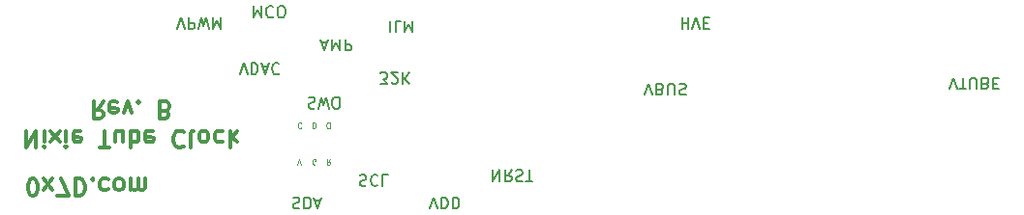
<source format=gbr>
G04 #@! TF.GenerationSoftware,KiCad,Pcbnew,(5.0.2)-1*
G04 #@! TF.CreationDate,2019-02-14T11:06:54-08:00*
G04 #@! TF.ProjectId,nixie_bottom_board,6e697869-655f-4626-9f74-746f6d5f626f,rev?*
G04 #@! TF.SameCoordinates,Original*
G04 #@! TF.FileFunction,Legend,Bot*
G04 #@! TF.FilePolarity,Positive*
%FSLAX46Y46*%
G04 Gerber Fmt 4.6, Leading zero omitted, Abs format (unit mm)*
G04 Created by KiCad (PCBNEW (5.0.2)-1) date 2/14/2019 11:06:54 AM*
%MOMM*%
%LPD*%
G01*
G04 APERTURE LIST*
%ADD10C,0.200000*%
%ADD11C,0.100000*%
%ADD12C,0.300000*%
G04 APERTURE END LIST*
D10*
X148168095Y-105547619D02*
X148168095Y-106547619D01*
X148739523Y-105547619D01*
X148739523Y-106547619D01*
X149787142Y-105547619D02*
X149453809Y-106023809D01*
X149215714Y-105547619D02*
X149215714Y-106547619D01*
X149596666Y-106547619D01*
X149691904Y-106500000D01*
X149739523Y-106452380D01*
X149787142Y-106357142D01*
X149787142Y-106214285D01*
X149739523Y-106119047D01*
X149691904Y-106071428D01*
X149596666Y-106023809D01*
X149215714Y-106023809D01*
X150168095Y-105595238D02*
X150310952Y-105547619D01*
X150549047Y-105547619D01*
X150644285Y-105595238D01*
X150691904Y-105642857D01*
X150739523Y-105738095D01*
X150739523Y-105833333D01*
X150691904Y-105928571D01*
X150644285Y-105976190D01*
X150549047Y-106023809D01*
X150358571Y-106071428D01*
X150263333Y-106119047D01*
X150215714Y-106166666D01*
X150168095Y-106261904D01*
X150168095Y-106357142D01*
X150215714Y-106452380D01*
X150263333Y-106500000D01*
X150358571Y-106547619D01*
X150596666Y-106547619D01*
X150739523Y-106500000D01*
X151025238Y-106547619D02*
X151596666Y-106547619D01*
X151310952Y-105547619D02*
X151310952Y-106547619D01*
D11*
X133727380Y-101873809D02*
X133822619Y-101873809D01*
X133870238Y-101850000D01*
X133917857Y-101802380D01*
X133941666Y-101707142D01*
X133941666Y-101540476D01*
X133917857Y-101445238D01*
X133870238Y-101397619D01*
X133822619Y-101373809D01*
X133727380Y-101373809D01*
X133679761Y-101397619D01*
X133632142Y-101445238D01*
X133608333Y-101540476D01*
X133608333Y-101707142D01*
X133632142Y-101802380D01*
X133679761Y-101850000D01*
X133727380Y-101873809D01*
X132369047Y-101373809D02*
X132369047Y-101873809D01*
X132488095Y-101873809D01*
X132559523Y-101850000D01*
X132607142Y-101802380D01*
X132630952Y-101754761D01*
X132654761Y-101659523D01*
X132654761Y-101588095D01*
X132630952Y-101492857D01*
X132607142Y-101445238D01*
X132559523Y-101397619D01*
X132488095Y-101373809D01*
X132369047Y-101373809D01*
X131384761Y-101421428D02*
X131360952Y-101397619D01*
X131289523Y-101373809D01*
X131241904Y-101373809D01*
X131170476Y-101397619D01*
X131122857Y-101445238D01*
X131099047Y-101492857D01*
X131075238Y-101588095D01*
X131075238Y-101659523D01*
X131099047Y-101754761D01*
X131122857Y-101802380D01*
X131170476Y-101850000D01*
X131241904Y-101873809D01*
X131289523Y-101873809D01*
X131360952Y-101850000D01*
X131384761Y-101826190D01*
X133924761Y-104573809D02*
X133758095Y-104811904D01*
X133639047Y-104573809D02*
X133639047Y-105073809D01*
X133829523Y-105073809D01*
X133877142Y-105050000D01*
X133900952Y-105026190D01*
X133924761Y-104978571D01*
X133924761Y-104907142D01*
X133900952Y-104859523D01*
X133877142Y-104835714D01*
X133829523Y-104811904D01*
X133639047Y-104811904D01*
X132630952Y-105050000D02*
X132583333Y-105073809D01*
X132511904Y-105073809D01*
X132440476Y-105050000D01*
X132392857Y-105002380D01*
X132369047Y-104954761D01*
X132345238Y-104859523D01*
X132345238Y-104788095D01*
X132369047Y-104692857D01*
X132392857Y-104645238D01*
X132440476Y-104597619D01*
X132511904Y-104573809D01*
X132559523Y-104573809D01*
X132630952Y-104597619D01*
X132654761Y-104621428D01*
X132654761Y-104788095D01*
X132559523Y-104788095D01*
X131063333Y-105073809D02*
X131230000Y-104573809D01*
X131396666Y-105073809D01*
D10*
X132020476Y-99195238D02*
X132163333Y-99147619D01*
X132401428Y-99147619D01*
X132496666Y-99195238D01*
X132544285Y-99242857D01*
X132591904Y-99338095D01*
X132591904Y-99433333D01*
X132544285Y-99528571D01*
X132496666Y-99576190D01*
X132401428Y-99623809D01*
X132210952Y-99671428D01*
X132115714Y-99719047D01*
X132068095Y-99766666D01*
X132020476Y-99861904D01*
X132020476Y-99957142D01*
X132068095Y-100052380D01*
X132115714Y-100100000D01*
X132210952Y-100147619D01*
X132449047Y-100147619D01*
X132591904Y-100100000D01*
X132925238Y-100147619D02*
X133163333Y-99147619D01*
X133353809Y-99861904D01*
X133544285Y-99147619D01*
X133782380Y-100147619D01*
X134353809Y-100147619D02*
X134544285Y-100147619D01*
X134639523Y-100100000D01*
X134734761Y-100004761D01*
X134782380Y-99814285D01*
X134782380Y-99480952D01*
X134734761Y-99290476D01*
X134639523Y-99195238D01*
X134544285Y-99147619D01*
X134353809Y-99147619D01*
X134258571Y-99195238D01*
X134163333Y-99290476D01*
X134115714Y-99480952D01*
X134115714Y-99814285D01*
X134163333Y-100004761D01*
X134258571Y-100100000D01*
X134353809Y-100147619D01*
D12*
X107837857Y-107821428D02*
X107980714Y-107821428D01*
X108123571Y-107750000D01*
X108195000Y-107678571D01*
X108266428Y-107535714D01*
X108337857Y-107250000D01*
X108337857Y-106892857D01*
X108266428Y-106607142D01*
X108195000Y-106464285D01*
X108123571Y-106392857D01*
X107980714Y-106321428D01*
X107837857Y-106321428D01*
X107695000Y-106392857D01*
X107623571Y-106464285D01*
X107552142Y-106607142D01*
X107480714Y-106892857D01*
X107480714Y-107250000D01*
X107552142Y-107535714D01*
X107623571Y-107678571D01*
X107695000Y-107750000D01*
X107837857Y-107821428D01*
X108837857Y-106321428D02*
X109623571Y-107321428D01*
X108837857Y-107321428D02*
X109623571Y-106321428D01*
X110052142Y-107821428D02*
X111052142Y-107821428D01*
X110409285Y-106321428D01*
X111623571Y-106321428D02*
X111623571Y-107821428D01*
X111980714Y-107821428D01*
X112195000Y-107750000D01*
X112337857Y-107607142D01*
X112409285Y-107464285D01*
X112480714Y-107178571D01*
X112480714Y-106964285D01*
X112409285Y-106678571D01*
X112337857Y-106535714D01*
X112195000Y-106392857D01*
X111980714Y-106321428D01*
X111623571Y-106321428D01*
X113123571Y-106464285D02*
X113195000Y-106392857D01*
X113123571Y-106321428D01*
X113052142Y-106392857D01*
X113123571Y-106464285D01*
X113123571Y-106321428D01*
X114480714Y-106392857D02*
X114337857Y-106321428D01*
X114052142Y-106321428D01*
X113909285Y-106392857D01*
X113837857Y-106464285D01*
X113766428Y-106607142D01*
X113766428Y-107035714D01*
X113837857Y-107178571D01*
X113909285Y-107250000D01*
X114052142Y-107321428D01*
X114337857Y-107321428D01*
X114480714Y-107250000D01*
X115337857Y-106321428D02*
X115195000Y-106392857D01*
X115123571Y-106464285D01*
X115052142Y-106607142D01*
X115052142Y-107035714D01*
X115123571Y-107178571D01*
X115195000Y-107250000D01*
X115337857Y-107321428D01*
X115552142Y-107321428D01*
X115695000Y-107250000D01*
X115766428Y-107178571D01*
X115837857Y-107035714D01*
X115837857Y-106607142D01*
X115766428Y-106464285D01*
X115695000Y-106392857D01*
X115552142Y-106321428D01*
X115337857Y-106321428D01*
X116480714Y-106321428D02*
X116480714Y-107321428D01*
X116480714Y-107178571D02*
X116552142Y-107250000D01*
X116695000Y-107321428D01*
X116909285Y-107321428D01*
X117052142Y-107250000D01*
X117123571Y-107107142D01*
X117123571Y-106321428D01*
X117123571Y-107107142D02*
X117195000Y-107250000D01*
X117337857Y-107321428D01*
X117552142Y-107321428D01*
X117695000Y-107250000D01*
X117766428Y-107107142D01*
X117766428Y-106321428D01*
D10*
X161466666Y-98947619D02*
X161800000Y-97947619D01*
X162133333Y-98947619D01*
X162800000Y-98471428D02*
X162942857Y-98423809D01*
X162990476Y-98376190D01*
X163038095Y-98280952D01*
X163038095Y-98138095D01*
X162990476Y-98042857D01*
X162942857Y-97995238D01*
X162847619Y-97947619D01*
X162466666Y-97947619D01*
X162466666Y-98947619D01*
X162800000Y-98947619D01*
X162895238Y-98900000D01*
X162942857Y-98852380D01*
X162990476Y-98757142D01*
X162990476Y-98661904D01*
X162942857Y-98566666D01*
X162895238Y-98519047D01*
X162800000Y-98471428D01*
X162466666Y-98471428D01*
X163466666Y-98947619D02*
X163466666Y-98138095D01*
X163514285Y-98042857D01*
X163561904Y-97995238D01*
X163657142Y-97947619D01*
X163847619Y-97947619D01*
X163942857Y-97995238D01*
X163990476Y-98042857D01*
X164038095Y-98138095D01*
X164038095Y-98947619D01*
X164466666Y-97995238D02*
X164609523Y-97947619D01*
X164847619Y-97947619D01*
X164942857Y-97995238D01*
X164990476Y-98042857D01*
X165038095Y-98138095D01*
X165038095Y-98233333D01*
X164990476Y-98328571D01*
X164942857Y-98376190D01*
X164847619Y-98423809D01*
X164657142Y-98471428D01*
X164561904Y-98519047D01*
X164514285Y-98566666D01*
X164466666Y-98661904D01*
X164466666Y-98757142D01*
X164514285Y-98852380D01*
X164561904Y-98900000D01*
X164657142Y-98947619D01*
X164895238Y-98947619D01*
X165038095Y-98900000D01*
D12*
X107321428Y-102096428D02*
X107321428Y-103596428D01*
X108178571Y-102096428D01*
X108178571Y-103596428D01*
X108892857Y-102096428D02*
X108892857Y-103096428D01*
X108892857Y-103596428D02*
X108821428Y-103525000D01*
X108892857Y-103453571D01*
X108964285Y-103525000D01*
X108892857Y-103596428D01*
X108892857Y-103453571D01*
X109464285Y-102096428D02*
X110250000Y-103096428D01*
X109464285Y-103096428D02*
X110250000Y-102096428D01*
X110821428Y-102096428D02*
X110821428Y-103096428D01*
X110821428Y-103596428D02*
X110750000Y-103525000D01*
X110821428Y-103453571D01*
X110892857Y-103525000D01*
X110821428Y-103596428D01*
X110821428Y-103453571D01*
X112107142Y-102167857D02*
X111964285Y-102096428D01*
X111678571Y-102096428D01*
X111535714Y-102167857D01*
X111464285Y-102310714D01*
X111464285Y-102882142D01*
X111535714Y-103025000D01*
X111678571Y-103096428D01*
X111964285Y-103096428D01*
X112107142Y-103025000D01*
X112178571Y-102882142D01*
X112178571Y-102739285D01*
X111464285Y-102596428D01*
X113750000Y-103596428D02*
X114607142Y-103596428D01*
X114178571Y-102096428D02*
X114178571Y-103596428D01*
X115750000Y-103096428D02*
X115750000Y-102096428D01*
X115107142Y-103096428D02*
X115107142Y-102310714D01*
X115178571Y-102167857D01*
X115321428Y-102096428D01*
X115535714Y-102096428D01*
X115678571Y-102167857D01*
X115750000Y-102239285D01*
X116464285Y-102096428D02*
X116464285Y-103596428D01*
X116464285Y-103025000D02*
X116607142Y-103096428D01*
X116892857Y-103096428D01*
X117035714Y-103025000D01*
X117107142Y-102953571D01*
X117178571Y-102810714D01*
X117178571Y-102382142D01*
X117107142Y-102239285D01*
X117035714Y-102167857D01*
X116892857Y-102096428D01*
X116607142Y-102096428D01*
X116464285Y-102167857D01*
X118392857Y-102167857D02*
X118249999Y-102096428D01*
X117964285Y-102096428D01*
X117821428Y-102167857D01*
X117749999Y-102310714D01*
X117749999Y-102882142D01*
X117821428Y-103025000D01*
X117964285Y-103096428D01*
X118249999Y-103096428D01*
X118392857Y-103025000D01*
X118464285Y-102882142D01*
X118464285Y-102739285D01*
X117749999Y-102596428D01*
X121107142Y-102239285D02*
X121035714Y-102167857D01*
X120821428Y-102096428D01*
X120678571Y-102096428D01*
X120464285Y-102167857D01*
X120321428Y-102310714D01*
X120249999Y-102453571D01*
X120178571Y-102739285D01*
X120178571Y-102953571D01*
X120249999Y-103239285D01*
X120321428Y-103382142D01*
X120464285Y-103525000D01*
X120678571Y-103596428D01*
X120821428Y-103596428D01*
X121035714Y-103525000D01*
X121107142Y-103453571D01*
X121964285Y-102096428D02*
X121821428Y-102167857D01*
X121749999Y-102310714D01*
X121749999Y-103596428D01*
X122749999Y-102096428D02*
X122607142Y-102167857D01*
X122535714Y-102239285D01*
X122464285Y-102382142D01*
X122464285Y-102810714D01*
X122535714Y-102953571D01*
X122607142Y-103025000D01*
X122749999Y-103096428D01*
X122964285Y-103096428D01*
X123107142Y-103025000D01*
X123178571Y-102953571D01*
X123249999Y-102810714D01*
X123249999Y-102382142D01*
X123178571Y-102239285D01*
X123107142Y-102167857D01*
X122964285Y-102096428D01*
X122749999Y-102096428D01*
X124535714Y-102167857D02*
X124392857Y-102096428D01*
X124107142Y-102096428D01*
X123964285Y-102167857D01*
X123892857Y-102239285D01*
X123821428Y-102382142D01*
X123821428Y-102810714D01*
X123892857Y-102953571D01*
X123964285Y-103025000D01*
X124107142Y-103096428D01*
X124392857Y-103096428D01*
X124535714Y-103025000D01*
X125178571Y-102096428D02*
X125178571Y-103596428D01*
X125321428Y-102667857D02*
X125749999Y-102096428D01*
X125749999Y-103096428D02*
X125178571Y-102525000D01*
X114071428Y-99546428D02*
X113571428Y-100260714D01*
X113214285Y-99546428D02*
X113214285Y-101046428D01*
X113785714Y-101046428D01*
X113928571Y-100975000D01*
X114000000Y-100903571D01*
X114071428Y-100760714D01*
X114071428Y-100546428D01*
X114000000Y-100403571D01*
X113928571Y-100332142D01*
X113785714Y-100260714D01*
X113214285Y-100260714D01*
X115285714Y-99617857D02*
X115142857Y-99546428D01*
X114857142Y-99546428D01*
X114714285Y-99617857D01*
X114642857Y-99760714D01*
X114642857Y-100332142D01*
X114714285Y-100475000D01*
X114857142Y-100546428D01*
X115142857Y-100546428D01*
X115285714Y-100475000D01*
X115357142Y-100332142D01*
X115357142Y-100189285D01*
X114642857Y-100046428D01*
X115857142Y-100546428D02*
X116214285Y-99546428D01*
X116571428Y-100546428D01*
X117142857Y-99689285D02*
X117214285Y-99617857D01*
X117142857Y-99546428D01*
X117071428Y-99617857D01*
X117142857Y-99689285D01*
X117142857Y-99546428D01*
X119500000Y-100332142D02*
X119714285Y-100260714D01*
X119785714Y-100189285D01*
X119857142Y-100046428D01*
X119857142Y-99832142D01*
X119785714Y-99689285D01*
X119714285Y-99617857D01*
X119571428Y-99546428D01*
X119000000Y-99546428D01*
X119000000Y-101046428D01*
X119500000Y-101046428D01*
X119642857Y-100975000D01*
X119714285Y-100903571D01*
X119785714Y-100760714D01*
X119785714Y-100617857D01*
X119714285Y-100475000D01*
X119642857Y-100403571D01*
X119500000Y-100332142D01*
X119000000Y-100332142D01*
D10*
X188109523Y-98447619D02*
X188442857Y-97447619D01*
X188776190Y-98447619D01*
X188966666Y-98447619D02*
X189538095Y-98447619D01*
X189252380Y-97447619D02*
X189252380Y-98447619D01*
X189871428Y-98447619D02*
X189871428Y-97638095D01*
X189919047Y-97542857D01*
X189966666Y-97495238D01*
X190061904Y-97447619D01*
X190252380Y-97447619D01*
X190347619Y-97495238D01*
X190395238Y-97542857D01*
X190442857Y-97638095D01*
X190442857Y-98447619D01*
X191252380Y-97971428D02*
X191395238Y-97923809D01*
X191442857Y-97876190D01*
X191490476Y-97780952D01*
X191490476Y-97638095D01*
X191442857Y-97542857D01*
X191395238Y-97495238D01*
X191300000Y-97447619D01*
X190919047Y-97447619D01*
X190919047Y-98447619D01*
X191252380Y-98447619D01*
X191347619Y-98400000D01*
X191395238Y-98352380D01*
X191442857Y-98257142D01*
X191442857Y-98161904D01*
X191395238Y-98066666D01*
X191347619Y-98019047D01*
X191252380Y-97971428D01*
X190919047Y-97971428D01*
X191919047Y-97971428D02*
X192252380Y-97971428D01*
X192395238Y-97447619D02*
X191919047Y-97447619D01*
X191919047Y-98447619D01*
X192395238Y-98447619D01*
X136509523Y-105995238D02*
X136652380Y-105947619D01*
X136890476Y-105947619D01*
X136985714Y-105995238D01*
X137033333Y-106042857D01*
X137080952Y-106138095D01*
X137080952Y-106233333D01*
X137033333Y-106328571D01*
X136985714Y-106376190D01*
X136890476Y-106423809D01*
X136700000Y-106471428D01*
X136604761Y-106519047D01*
X136557142Y-106566666D01*
X136509523Y-106661904D01*
X136509523Y-106757142D01*
X136557142Y-106852380D01*
X136604761Y-106900000D01*
X136700000Y-106947619D01*
X136938095Y-106947619D01*
X137080952Y-106900000D01*
X138080952Y-106042857D02*
X138033333Y-105995238D01*
X137890476Y-105947619D01*
X137795238Y-105947619D01*
X137652380Y-105995238D01*
X137557142Y-106090476D01*
X137509523Y-106185714D01*
X137461904Y-106376190D01*
X137461904Y-106519047D01*
X137509523Y-106709523D01*
X137557142Y-106804761D01*
X137652380Y-106900000D01*
X137795238Y-106947619D01*
X137890476Y-106947619D01*
X138033333Y-106900000D01*
X138080952Y-106852380D01*
X138985714Y-105947619D02*
X138509523Y-105947619D01*
X138509523Y-106947619D01*
X142625238Y-108947619D02*
X142958571Y-107947619D01*
X143291904Y-108947619D01*
X143625238Y-107947619D02*
X143625238Y-108947619D01*
X143863333Y-108947619D01*
X144006190Y-108900000D01*
X144101428Y-108804761D01*
X144149047Y-108709523D01*
X144196666Y-108519047D01*
X144196666Y-108376190D01*
X144149047Y-108185714D01*
X144101428Y-108090476D01*
X144006190Y-107995238D01*
X143863333Y-107947619D01*
X143625238Y-107947619D01*
X144625238Y-107947619D02*
X144625238Y-108947619D01*
X144863333Y-108947619D01*
X145006190Y-108900000D01*
X145101428Y-108804761D01*
X145149047Y-108709523D01*
X145196666Y-108519047D01*
X145196666Y-108376190D01*
X145149047Y-108185714D01*
X145101428Y-108090476D01*
X145006190Y-107995238D01*
X144863333Y-107947619D01*
X144625238Y-107947619D01*
X130650952Y-107995238D02*
X130793809Y-107947619D01*
X131031904Y-107947619D01*
X131127142Y-107995238D01*
X131174761Y-108042857D01*
X131222380Y-108138095D01*
X131222380Y-108233333D01*
X131174761Y-108328571D01*
X131127142Y-108376190D01*
X131031904Y-108423809D01*
X130841428Y-108471428D01*
X130746190Y-108519047D01*
X130698571Y-108566666D01*
X130650952Y-108661904D01*
X130650952Y-108757142D01*
X130698571Y-108852380D01*
X130746190Y-108900000D01*
X130841428Y-108947619D01*
X131079523Y-108947619D01*
X131222380Y-108900000D01*
X131650952Y-107947619D02*
X131650952Y-108947619D01*
X131889047Y-108947619D01*
X132031904Y-108900000D01*
X132127142Y-108804761D01*
X132174761Y-108709523D01*
X132222380Y-108519047D01*
X132222380Y-108376190D01*
X132174761Y-108185714D01*
X132127142Y-108090476D01*
X132031904Y-107995238D01*
X131889047Y-107947619D01*
X131650952Y-107947619D01*
X132603333Y-108233333D02*
X133079523Y-108233333D01*
X132508095Y-107947619D02*
X132841428Y-108947619D01*
X133174761Y-107947619D01*
X120523809Y-93147619D02*
X120857142Y-92147619D01*
X121190476Y-93147619D01*
X121523809Y-92147619D02*
X121523809Y-93147619D01*
X121904761Y-93147619D01*
X122000000Y-93100000D01*
X122047619Y-93052380D01*
X122095238Y-92957142D01*
X122095238Y-92814285D01*
X122047619Y-92719047D01*
X122000000Y-92671428D01*
X121904761Y-92623809D01*
X121523809Y-92623809D01*
X122428571Y-93147619D02*
X122666666Y-92147619D01*
X122857142Y-92861904D01*
X123047619Y-92147619D01*
X123285714Y-93147619D01*
X123666666Y-92147619D02*
X123666666Y-93147619D01*
X124000000Y-92433333D01*
X124333333Y-93147619D01*
X124333333Y-92147619D01*
X126025238Y-97147619D02*
X126358571Y-96147619D01*
X126691904Y-97147619D01*
X127025238Y-96147619D02*
X127025238Y-97147619D01*
X127263333Y-97147619D01*
X127406190Y-97100000D01*
X127501428Y-97004761D01*
X127549047Y-96909523D01*
X127596666Y-96719047D01*
X127596666Y-96576190D01*
X127549047Y-96385714D01*
X127501428Y-96290476D01*
X127406190Y-96195238D01*
X127263333Y-96147619D01*
X127025238Y-96147619D01*
X127977619Y-96433333D02*
X128453809Y-96433333D01*
X127882380Y-96147619D02*
X128215714Y-97147619D01*
X128549047Y-96147619D01*
X129453809Y-96242857D02*
X129406190Y-96195238D01*
X129263333Y-96147619D01*
X129168095Y-96147619D01*
X129025238Y-96195238D01*
X128930000Y-96290476D01*
X128882380Y-96385714D01*
X128834761Y-96576190D01*
X128834761Y-96719047D01*
X128882380Y-96909523D01*
X128930000Y-97004761D01*
X129025238Y-97100000D01*
X129168095Y-97147619D01*
X129263333Y-97147619D01*
X129406190Y-97100000D01*
X129453809Y-97052380D01*
X133190476Y-94333333D02*
X133666666Y-94333333D01*
X133095238Y-94047619D02*
X133428571Y-95047619D01*
X133761904Y-94047619D01*
X134095238Y-94047619D02*
X134095238Y-95047619D01*
X134428571Y-94333333D01*
X134761904Y-95047619D01*
X134761904Y-94047619D01*
X135238095Y-94047619D02*
X135238095Y-95047619D01*
X135619047Y-95047619D01*
X135714285Y-95000000D01*
X135761904Y-94952380D01*
X135809523Y-94857142D01*
X135809523Y-94714285D01*
X135761904Y-94619047D01*
X135714285Y-94571428D01*
X135619047Y-94523809D01*
X135238095Y-94523809D01*
X127217619Y-91147619D02*
X127217619Y-92147619D01*
X127550952Y-91433333D01*
X127884285Y-92147619D01*
X127884285Y-91147619D01*
X128931904Y-91242857D02*
X128884285Y-91195238D01*
X128741428Y-91147619D01*
X128646190Y-91147619D01*
X128503333Y-91195238D01*
X128408095Y-91290476D01*
X128360476Y-91385714D01*
X128312857Y-91576190D01*
X128312857Y-91719047D01*
X128360476Y-91909523D01*
X128408095Y-92004761D01*
X128503333Y-92100000D01*
X128646190Y-92147619D01*
X128741428Y-92147619D01*
X128884285Y-92100000D01*
X128931904Y-92052380D01*
X129550952Y-92147619D02*
X129741428Y-92147619D01*
X129836666Y-92100000D01*
X129931904Y-92004761D01*
X129979523Y-91814285D01*
X129979523Y-91480952D01*
X129931904Y-91290476D01*
X129836666Y-91195238D01*
X129741428Y-91147619D01*
X129550952Y-91147619D01*
X129455714Y-91195238D01*
X129360476Y-91290476D01*
X129312857Y-91480952D01*
X129312857Y-91814285D01*
X129360476Y-92004761D01*
X129455714Y-92100000D01*
X129550952Y-92147619D01*
X138290476Y-97947619D02*
X138909523Y-97947619D01*
X138576190Y-97566666D01*
X138719047Y-97566666D01*
X138814285Y-97519047D01*
X138861904Y-97471428D01*
X138909523Y-97376190D01*
X138909523Y-97138095D01*
X138861904Y-97042857D01*
X138814285Y-96995238D01*
X138719047Y-96947619D01*
X138433333Y-96947619D01*
X138338095Y-96995238D01*
X138290476Y-97042857D01*
X139290476Y-97852380D02*
X139338095Y-97900000D01*
X139433333Y-97947619D01*
X139671428Y-97947619D01*
X139766666Y-97900000D01*
X139814285Y-97852380D01*
X139861904Y-97757142D01*
X139861904Y-97661904D01*
X139814285Y-97519047D01*
X139242857Y-96947619D01*
X139861904Y-96947619D01*
X140290476Y-96947619D02*
X140290476Y-97947619D01*
X140861904Y-96947619D02*
X140433333Y-97519047D01*
X140861904Y-97947619D02*
X140290476Y-97376190D01*
X139179523Y-92447619D02*
X139179523Y-93447619D01*
X140131904Y-92447619D02*
X139655714Y-92447619D01*
X139655714Y-93447619D01*
X140465238Y-92447619D02*
X140465238Y-93447619D01*
X140798571Y-92733333D01*
X141131904Y-93447619D01*
X141131904Y-92447619D01*
X164698571Y-92147619D02*
X164698571Y-93147619D01*
X164698571Y-92671428D02*
X165270000Y-92671428D01*
X165270000Y-92147619D02*
X165270000Y-93147619D01*
X165603333Y-93147619D02*
X165936666Y-92147619D01*
X166270000Y-93147619D01*
X166603333Y-92671428D02*
X166936666Y-92671428D01*
X167079523Y-92147619D02*
X166603333Y-92147619D01*
X166603333Y-93147619D01*
X167079523Y-93147619D01*
M02*

</source>
